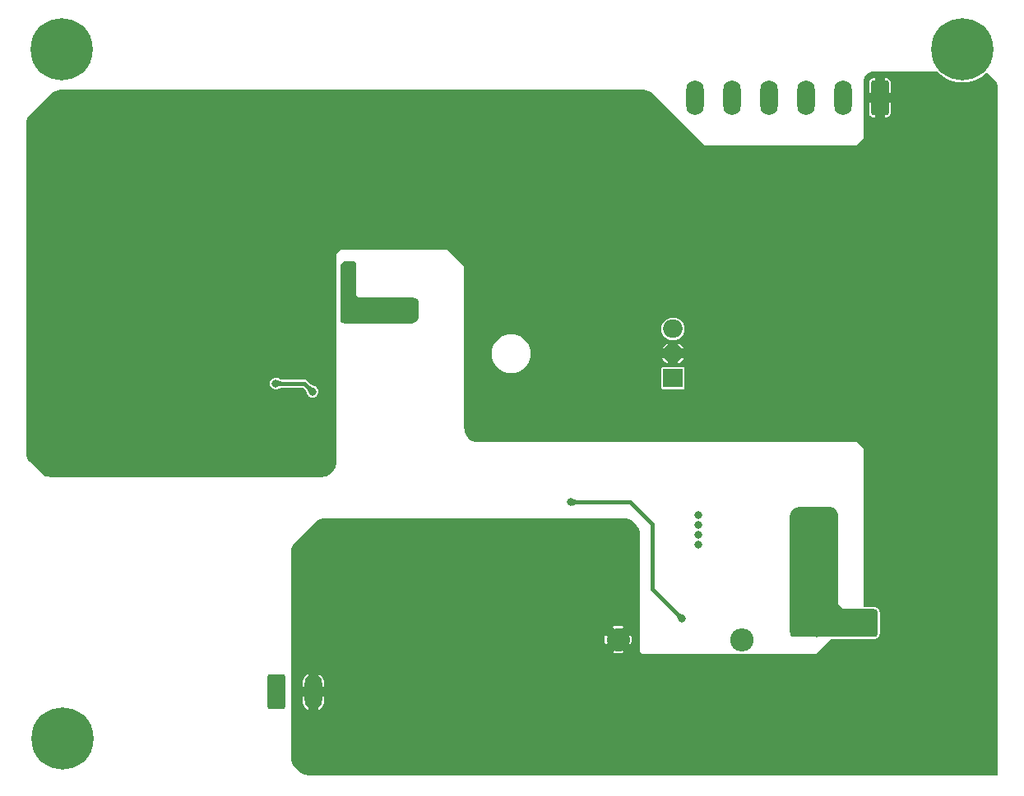
<source format=gbr>
%TF.GenerationSoftware,KiCad,Pcbnew,8.0.4*%
%TF.CreationDate,2024-10-07T11:58:35+07:00*%
%TF.ProjectId,BATTERY_CONVERTER,42415454-4552-4595-9f43-4f4e56455254,rev?*%
%TF.SameCoordinates,Original*%
%TF.FileFunction,Copper,L2,Bot*%
%TF.FilePolarity,Positive*%
%FSLAX46Y46*%
G04 Gerber Fmt 4.6, Leading zero omitted, Abs format (unit mm)*
G04 Created by KiCad (PCBNEW 8.0.4) date 2024-10-07 11:58:35*
%MOMM*%
%LPD*%
G01*
G04 APERTURE LIST*
G04 Aperture macros list*
%AMRoundRect*
0 Rectangle with rounded corners*
0 $1 Rounding radius*
0 $2 $3 $4 $5 $6 $7 $8 $9 X,Y pos of 4 corners*
0 Add a 4 corners polygon primitive as box body*
4,1,4,$2,$3,$4,$5,$6,$7,$8,$9,$2,$3,0*
0 Add four circle primitives for the rounded corners*
1,1,$1+$1,$2,$3*
1,1,$1+$1,$4,$5*
1,1,$1+$1,$6,$7*
1,1,$1+$1,$8,$9*
0 Add four rect primitives between the rounded corners*
20,1,$1+$1,$2,$3,$4,$5,0*
20,1,$1+$1,$4,$5,$6,$7,0*
20,1,$1+$1,$6,$7,$8,$9,0*
20,1,$1+$1,$8,$9,$2,$3,0*%
G04 Aperture macros list end*
%TA.AperFunction,ComponentPad*%
%ADD10C,0.800000*%
%TD*%
%TA.AperFunction,ComponentPad*%
%ADD11C,6.400000*%
%TD*%
%TA.AperFunction,ComponentPad*%
%ADD12C,2.400000*%
%TD*%
%TA.AperFunction,ComponentPad*%
%ADD13O,2.400000X2.400000*%
%TD*%
%TA.AperFunction,ComponentPad*%
%ADD14R,2.000000X1.905000*%
%TD*%
%TA.AperFunction,ComponentPad*%
%ADD15O,2.000000X1.905000*%
%TD*%
%TA.AperFunction,ComponentPad*%
%ADD16RoundRect,0.250000X0.650000X1.550000X-0.650000X1.550000X-0.650000X-1.550000X0.650000X-1.550000X0*%
%TD*%
%TA.AperFunction,ComponentPad*%
%ADD17O,1.800000X3.600000*%
%TD*%
%TA.AperFunction,ComponentPad*%
%ADD18RoundRect,0.250000X-0.650000X-1.550000X0.650000X-1.550000X0.650000X1.550000X-0.650000X1.550000X0*%
%TD*%
%TA.AperFunction,ViaPad*%
%ADD19C,0.800000*%
%TD*%
%TA.AperFunction,Conductor*%
%ADD20C,0.381000*%
%TD*%
G04 APERTURE END LIST*
D10*
%TO.P,H1,1*%
%TO.N,N/C*%
X40248200Y-51287344D03*
X40951144Y-49590288D03*
X40951144Y-52984400D03*
X42648200Y-48887344D03*
D11*
X42648200Y-51287344D03*
D10*
X42648200Y-53687344D03*
X44345256Y-49590288D03*
X44345256Y-52984400D03*
X45048200Y-51287344D03*
%TD*%
D12*
%TO.P,R3,1*%
%TO.N,GND*%
X99954556Y-112105244D03*
D13*
%TO.P,R3,2*%
%TO.N,Net-(C9-Pad1)*%
X112654556Y-112105244D03*
%TD*%
D14*
%TO.P,U5,1,IN*%
%TO.N,+12V*%
X105606056Y-85170944D03*
D15*
%TO.P,U5,2,GND*%
%TO.N,GND*%
X105606056Y-82630944D03*
%TO.P,U5,3,OUT*%
%TO.N,+9V*%
X105606056Y-80090944D03*
%TD*%
D16*
%TO.P,J2,1,Pin_1*%
%TO.N,GND*%
X126899056Y-56251844D03*
D17*
%TO.P,J2,2,Pin_2*%
%TO.N,-9V*%
X123089056Y-56251844D03*
%TO.P,J2,3,Pin_3*%
%TO.N,+9V*%
X119279056Y-56251844D03*
%TO.P,J2,4,Pin_4*%
%TO.N,+3V3_O*%
X115469056Y-56251844D03*
%TO.P,J2,5,Pin_5*%
%TO.N,+3V3*%
X111659056Y-56251844D03*
%TO.P,J2,6,Pin_6*%
%TO.N,+5V*%
X107849056Y-56251844D03*
%TD*%
D18*
%TO.P,J1,1,Pin_1*%
%TO.N,+BATT*%
X64765256Y-117505144D03*
D17*
%TO.P,J1,2,Pin_2*%
%TO.N,GND*%
X68575256Y-117505144D03*
%TD*%
D10*
%TO.P,H2,1*%
%TO.N,N/C*%
X40348200Y-122287344D03*
X41051144Y-120590288D03*
X41051144Y-123984400D03*
X42748200Y-119887344D03*
D11*
X42748200Y-122287344D03*
D10*
X42748200Y-124687344D03*
X44445256Y-120590288D03*
X44445256Y-123984400D03*
X45148200Y-122287344D03*
%TD*%
%TO.P,H3,1*%
%TO.N,N/C*%
X133002656Y-51287344D03*
X133705600Y-49590288D03*
X133705600Y-52984400D03*
X135402656Y-48887344D03*
D11*
X135402656Y-51287344D03*
D10*
X135402656Y-53687344D03*
X137099712Y-49590288D03*
X137099712Y-52984400D03*
X137802656Y-51287344D03*
%TD*%
D19*
%TO.N,GND*%
X121864456Y-113116644D03*
X68676856Y-89230221D03*
X109621656Y-78714444D03*
X94432456Y-78897144D03*
X86812456Y-78897144D03*
X98369456Y-110672544D03*
X115743056Y-84256544D03*
X96972456Y-86517144D03*
X97544456Y-106506944D03*
X65476456Y-84180344D03*
X68778456Y-78516144D03*
X65476456Y-82656344D03*
X96972456Y-83977144D03*
X70302456Y-116235144D03*
X120315056Y-114304744D03*
X69032456Y-114965144D03*
X89208006Y-65333544D03*
X87218856Y-60202744D03*
X87256456Y-114930445D03*
X67533856Y-88015744D03*
X94432456Y-81437144D03*
X117648056Y-82938594D03*
X101519056Y-110647144D03*
X60587456Y-84612144D03*
X86812456Y-83977144D03*
X96972456Y-81437144D03*
X99283856Y-102087344D03*
X87256456Y-112390445D03*
X68676856Y-88015744D03*
X87256456Y-113660445D03*
X91892456Y-86517144D03*
X98509656Y-104982944D03*
X97531256Y-107776944D03*
X67762456Y-120045144D03*
X89352456Y-86517144D03*
X70048456Y-76865144D03*
X105550356Y-87787144D03*
X105550356Y-90758944D03*
X64003256Y-92130544D03*
X103006056Y-74655344D03*
X70302456Y-117505144D03*
X69032456Y-120045144D03*
X96012744Y-63047544D03*
X90114456Y-67359544D03*
X70302456Y-114965144D03*
X97519056Y-103382744D03*
X86812456Y-81437144D03*
X115743056Y-78770144D03*
X60837456Y-93400544D03*
X91892456Y-83977144D03*
X89200056Y-61690044D03*
X102712856Y-58718244D03*
X99297056Y-103382744D03*
X91892456Y-78897144D03*
X94432456Y-86517144D03*
X120315056Y-116844744D03*
X99334656Y-107776944D03*
X65476456Y-81106944D03*
X88993706Y-73817144D03*
X106878456Y-64462344D03*
X103906656Y-64462344D03*
X59532856Y-92131144D03*
X71115256Y-112856944D03*
X70023056Y-73944144D03*
X120594456Y-82938594D03*
X62818656Y-93400544D03*
X91892456Y-81437144D03*
X68753056Y-75417344D03*
X89352456Y-78897144D03*
X69057856Y-110951944D03*
X93060856Y-67359544D03*
X80741856Y-64290044D03*
X70302456Y-118775144D03*
X86812456Y-86517144D03*
X123427056Y-114406344D03*
X70039556Y-80065544D03*
X82214494Y-66019344D03*
X96972456Y-78897144D03*
X101519056Y-113618944D03*
X109621656Y-82570944D03*
X101061856Y-69453935D03*
X94534056Y-61318244D03*
X67762456Y-114965144D03*
X103006256Y-62437944D03*
X68118056Y-123397944D03*
X94432456Y-83977144D03*
X115743056Y-81868944D03*
X62568656Y-84612144D03*
X99347856Y-106506944D03*
X70302456Y-120045144D03*
X102791956Y-70946944D03*
X87269656Y-72355244D03*
X101290456Y-76114444D03*
X67457656Y-81056144D03*
X119109956Y-84662944D03*
X67406856Y-84180344D03*
X59151856Y-85966144D03*
X98369456Y-113644344D03*
X120315056Y-115574744D03*
X87256456Y-111120445D03*
%TO.N,Net-(D1-K)*%
X108187056Y-100309344D03*
X108187056Y-101325344D03*
X108187056Y-99242544D03*
X108187056Y-102341344D03*
%TO.N,+12V*%
X120379056Y-110418544D03*
X125459056Y-111180544D03*
X120379056Y-111434544D03*
X120379056Y-108335744D03*
X118347056Y-102544544D03*
X118347056Y-99445744D03*
X118347056Y-100512544D03*
X125459056Y-109402544D03*
X118347056Y-101528544D03*
X120379056Y-109402544D03*
%TO.N,Net-(U2-BOOT)*%
X64721306Y-85710694D03*
X68505656Y-86535944D03*
%TO.N,+5V*%
X73389056Y-78668544D03*
X75675056Y-78922544D03*
X72119056Y-73842544D03*
X75675056Y-77398544D03*
%TO.N,A_Diode*%
X95118256Y-97936744D03*
X106510656Y-109910544D03*
%TD*%
D20*
%TO.N,Net-(U2-BOOT)*%
X67680406Y-85710694D02*
X64721306Y-85710694D01*
X68505656Y-86535944D02*
X67680406Y-85710694D01*
%TO.N,A_Diode*%
X103449456Y-106849344D02*
X106510656Y-109910544D01*
X103449456Y-100207744D02*
X103449456Y-106849344D01*
X95118256Y-97936744D02*
X101178456Y-97936744D01*
X101178456Y-97936744D02*
X103449456Y-100207744D01*
%TD*%
%TA.AperFunction,Conductor*%
%TO.N,+5V*%
G36*
X72580990Y-73081404D02*
G01*
X72673544Y-73093590D01*
X72698911Y-73100387D01*
X72779018Y-73133568D01*
X72801761Y-73146699D01*
X72870548Y-73199481D01*
X72889118Y-73218051D01*
X72941900Y-73286838D01*
X72955031Y-73309581D01*
X72988212Y-73389688D01*
X72995009Y-73415054D01*
X73007195Y-73507608D01*
X73008056Y-73520740D01*
X73008056Y-76636544D01*
X73236656Y-76865144D01*
X78889378Y-76865144D01*
X78902509Y-76866005D01*
X79028731Y-76882622D01*
X79054097Y-76889419D01*
X79165578Y-76935596D01*
X79188321Y-76948727D01*
X79284048Y-77022181D01*
X79302618Y-77040751D01*
X79376072Y-77136478D01*
X79389203Y-77159221D01*
X79435380Y-77270702D01*
X79442177Y-77296069D01*
X79458795Y-77422290D01*
X79459656Y-77435421D01*
X79459656Y-78763023D01*
X79458795Y-78776154D01*
X79436267Y-78947266D01*
X79429470Y-78972633D01*
X79365966Y-79125945D01*
X79352835Y-79148688D01*
X79251818Y-79280336D01*
X79233248Y-79298906D01*
X79101600Y-79399923D01*
X79078857Y-79413054D01*
X78925545Y-79476558D01*
X78900178Y-79483355D01*
X78729067Y-79505883D01*
X78715936Y-79506744D01*
X71757209Y-79506744D01*
X71737584Y-79504811D01*
X71706057Y-79498540D01*
X71617585Y-79480941D01*
X71581322Y-79465920D01*
X71487994Y-79403561D01*
X71460238Y-79375805D01*
X71397879Y-79282477D01*
X71382858Y-79246213D01*
X71358989Y-79126216D01*
X71357056Y-79106590D01*
X71357056Y-73650821D01*
X71357917Y-73637690D01*
X71374534Y-73511466D01*
X71381331Y-73486102D01*
X71427509Y-73374618D01*
X71440636Y-73351882D01*
X71514096Y-73256147D01*
X71532659Y-73237584D01*
X71628394Y-73164124D01*
X71651130Y-73150997D01*
X71762616Y-73104818D01*
X71787978Y-73098022D01*
X71914203Y-73081405D01*
X71927334Y-73080544D01*
X72567860Y-73080544D01*
X72580990Y-73081404D01*
G37*
%TD.AperFunction*%
%TD*%
%TA.AperFunction,Conductor*%
%TO.N,+12V*%
G36*
X121832866Y-98456004D02*
G01*
X122003979Y-98478532D01*
X122029345Y-98485329D01*
X122182657Y-98548833D01*
X122205400Y-98561964D01*
X122337048Y-98662981D01*
X122355618Y-98681551D01*
X122456635Y-98813199D01*
X122469766Y-98835942D01*
X122533270Y-98989254D01*
X122540067Y-99014621D01*
X122562595Y-99185733D01*
X122563456Y-99198864D01*
X122563456Y-108386544D01*
X123122256Y-108945344D01*
X126278103Y-108945344D01*
X126297729Y-108947277D01*
X126417725Y-108971146D01*
X126453989Y-108986167D01*
X126547317Y-109048526D01*
X126575073Y-109076282D01*
X126637432Y-109169610D01*
X126652453Y-109205873D01*
X126676323Y-109325870D01*
X126678256Y-109345497D01*
X126678256Y-111400747D01*
X126677395Y-111413879D01*
X126665209Y-111506433D01*
X126658412Y-111531799D01*
X126625231Y-111611906D01*
X126612100Y-111634649D01*
X126559318Y-111703436D01*
X126540748Y-111722006D01*
X126471961Y-111774788D01*
X126449218Y-111787919D01*
X126369111Y-111821100D01*
X126343745Y-111827897D01*
X126266919Y-111838012D01*
X126251189Y-111840083D01*
X126238060Y-111840944D01*
X118162773Y-111840944D01*
X118149642Y-111840083D01*
X118034645Y-111824943D01*
X118009278Y-111818146D01*
X117908254Y-111776301D01*
X117885511Y-111763170D01*
X117798763Y-111696606D01*
X117780193Y-111678036D01*
X117713629Y-111591288D01*
X117700498Y-111568545D01*
X117658653Y-111467521D01*
X117651857Y-111442158D01*
X117636717Y-111327156D01*
X117635856Y-111314026D01*
X117635856Y-99336166D01*
X117636717Y-99323035D01*
X117653932Y-99192273D01*
X117660092Y-99145484D01*
X117666889Y-99120119D01*
X117732878Y-98960805D01*
X117746005Y-98938070D01*
X117855030Y-98795985D01*
X117863692Y-98786107D01*
X117966819Y-98682980D01*
X117976697Y-98674318D01*
X118118782Y-98565293D01*
X118141517Y-98552166D01*
X118300833Y-98486176D01*
X118326196Y-98479380D01*
X118503747Y-98456004D01*
X118516878Y-98455144D01*
X121819736Y-98455144D01*
X121832866Y-98456004D01*
G37*
%TD.AperFunction*%
%TD*%
%TA.AperFunction,Conductor*%
%TO.N,GND*%
G36*
X132847993Y-53541757D02*
G01*
X132865535Y-53558017D01*
X132927956Y-53631504D01*
X133195911Y-53885325D01*
X133489738Y-54108687D01*
X133805993Y-54298971D01*
X134140966Y-54453946D01*
X134490732Y-54571796D01*
X134851190Y-54651139D01*
X135218113Y-54691044D01*
X135218120Y-54691044D01*
X135587192Y-54691044D01*
X135587199Y-54691044D01*
X135954122Y-54651139D01*
X136314580Y-54571796D01*
X136664346Y-54453946D01*
X136999319Y-54298971D01*
X137315574Y-54108687D01*
X137609401Y-53885325D01*
X137796300Y-53708283D01*
X137852438Y-53681570D01*
X137912902Y-53692600D01*
X137986440Y-53731907D01*
X138002837Y-53742863D01*
X138183810Y-53891383D01*
X138191125Y-53898013D01*
X138650930Y-54357818D01*
X138657560Y-54365133D01*
X138806080Y-54546106D01*
X138817036Y-54562503D01*
X138925056Y-54764593D01*
X138932603Y-54782813D01*
X138999119Y-55002088D01*
X139002967Y-55021430D01*
X139025916Y-55254424D01*
X139026400Y-55264285D01*
X139026400Y-125980144D01*
X139007187Y-126039275D01*
X138956887Y-126075820D01*
X138925800Y-126080744D01*
X68055254Y-126080744D01*
X68045393Y-126080260D01*
X67812398Y-126057311D01*
X67793056Y-126053463D01*
X67573781Y-125986947D01*
X67555561Y-125979400D01*
X67353471Y-125871380D01*
X67337074Y-125860424D01*
X67156101Y-125711904D01*
X67148786Y-125705274D01*
X66639325Y-125195813D01*
X66632695Y-125188498D01*
X66484175Y-125007525D01*
X66473219Y-124991128D01*
X66365199Y-124789038D01*
X66357652Y-124770818D01*
X66291134Y-124551537D01*
X66287288Y-124532201D01*
X66264340Y-124299207D01*
X66263856Y-124289346D01*
X66263856Y-118491972D01*
X67472056Y-118491972D01*
X67499220Y-118663472D01*
X67499223Y-118663486D01*
X67552881Y-118828628D01*
X67552882Y-118828630D01*
X67631707Y-118983334D01*
X67631717Y-118983349D01*
X67733780Y-119123828D01*
X67856571Y-119246619D01*
X67997050Y-119348682D01*
X67997056Y-119348686D01*
X68067256Y-119384454D01*
X68067256Y-119384453D01*
X69083256Y-119384453D01*
X69153455Y-119348686D01*
X69153461Y-119348682D01*
X69293940Y-119246619D01*
X69416731Y-119123828D01*
X69518794Y-118983349D01*
X69518804Y-118983334D01*
X69597629Y-118828630D01*
X69597630Y-118828628D01*
X69651288Y-118663486D01*
X69651291Y-118663472D01*
X69678455Y-118491972D01*
X69678456Y-118491971D01*
X69678456Y-118013144D01*
X69083256Y-118013144D01*
X69083256Y-119384453D01*
X68067256Y-119384453D01*
X68067256Y-118013144D01*
X67472056Y-118013144D01*
X67472056Y-118491972D01*
X66263856Y-118491972D01*
X66263856Y-117426153D01*
X67975256Y-117426153D01*
X67975256Y-117584135D01*
X68016145Y-117736735D01*
X68095137Y-117873552D01*
X68206848Y-117985263D01*
X68343665Y-118064255D01*
X68496265Y-118105144D01*
X68654247Y-118105144D01*
X68806847Y-118064255D01*
X68943664Y-117985263D01*
X69055375Y-117873552D01*
X69134367Y-117736735D01*
X69175256Y-117584135D01*
X69175256Y-117426153D01*
X69134367Y-117273553D01*
X69055375Y-117136736D01*
X68943664Y-117025025D01*
X68895373Y-116997144D01*
X69083256Y-116997144D01*
X69678456Y-116997144D01*
X69678456Y-116518316D01*
X69678455Y-116518315D01*
X69651291Y-116346815D01*
X69651288Y-116346801D01*
X69597630Y-116181659D01*
X69597629Y-116181657D01*
X69518804Y-116026953D01*
X69518794Y-116026938D01*
X69416731Y-115886459D01*
X69293940Y-115763668D01*
X69153464Y-115661606D01*
X69083256Y-115625832D01*
X69083256Y-116997144D01*
X68895373Y-116997144D01*
X68806847Y-116946033D01*
X68654247Y-116905144D01*
X68496265Y-116905144D01*
X68343665Y-116946033D01*
X68206848Y-117025025D01*
X68095137Y-117136736D01*
X68016145Y-117273553D01*
X67975256Y-117426153D01*
X66263856Y-117426153D01*
X66263856Y-116518315D01*
X67472056Y-116518315D01*
X67472056Y-116997144D01*
X68067256Y-116997144D01*
X68067256Y-115625832D01*
X67997047Y-115661606D01*
X67856571Y-115763668D01*
X67733780Y-115886459D01*
X67631717Y-116026938D01*
X67631707Y-116026953D01*
X67552882Y-116181657D01*
X67552881Y-116181659D01*
X67499223Y-116346801D01*
X67499220Y-116346815D01*
X67472056Y-116518315D01*
X66263856Y-116518315D01*
X66263856Y-113392761D01*
X99385457Y-113392761D01*
X99385457Y-113392762D01*
X99388960Y-113394658D01*
X99388971Y-113394663D01*
X99608910Y-113470167D01*
X99838278Y-113508443D01*
X99838288Y-113508444D01*
X100070824Y-113508444D01*
X100070833Y-113508443D01*
X100300201Y-113470167D01*
X100520152Y-113394659D01*
X100523653Y-113392763D01*
X100523654Y-113392762D01*
X99954556Y-112823664D01*
X99385457Y-113392761D01*
X66263856Y-113392761D01*
X66263856Y-112105238D01*
X98546547Y-112105238D01*
X98546547Y-112105249D01*
X98565748Y-112336988D01*
X98622838Y-112562426D01*
X98622838Y-112562427D01*
X98670436Y-112670941D01*
X98670437Y-112670941D01*
X99236135Y-112105243D01*
X99157145Y-112026253D01*
X99354556Y-112026253D01*
X99354556Y-112184235D01*
X99395445Y-112336835D01*
X99474437Y-112473652D01*
X99586148Y-112585363D01*
X99722965Y-112664355D01*
X99875565Y-112705244D01*
X100033547Y-112705244D01*
X100186147Y-112664355D01*
X100322964Y-112585363D01*
X100434675Y-112473652D01*
X100513667Y-112336835D01*
X100554556Y-112184235D01*
X100554556Y-112105243D01*
X100672976Y-112105243D01*
X100672976Y-112105244D01*
X101238673Y-112670941D01*
X101286274Y-112562425D01*
X101343363Y-112336988D01*
X101362565Y-112105249D01*
X101362565Y-112105238D01*
X101343363Y-111873499D01*
X101286274Y-111648062D01*
X101238674Y-111539545D01*
X101238673Y-111539545D01*
X100672976Y-112105243D01*
X100554556Y-112105243D01*
X100554556Y-112026253D01*
X100513667Y-111873653D01*
X100434675Y-111736836D01*
X100322964Y-111625125D01*
X100186147Y-111546133D01*
X100033547Y-111505244D01*
X99875565Y-111505244D01*
X99722965Y-111546133D01*
X99586148Y-111625125D01*
X99474437Y-111736836D01*
X99395445Y-111873653D01*
X99354556Y-112026253D01*
X99157145Y-112026253D01*
X98670437Y-111539545D01*
X98670436Y-111539545D01*
X98622838Y-111648060D01*
X98622838Y-111648061D01*
X98565748Y-111873499D01*
X98546547Y-112105238D01*
X66263856Y-112105238D01*
X66263856Y-110817724D01*
X99385457Y-110817724D01*
X99385457Y-110817725D01*
X99954555Y-111386823D01*
X100523654Y-110817724D01*
X100520146Y-110815826D01*
X100300201Y-110740320D01*
X100070833Y-110702044D01*
X99838278Y-110702044D01*
X99608910Y-110740320D01*
X99388968Y-110815825D01*
X99388955Y-110815831D01*
X99385457Y-110817724D01*
X66263856Y-110817724D01*
X66263856Y-103075541D01*
X66264340Y-103065680D01*
X66287288Y-102832686D01*
X66291134Y-102813351D01*
X66357654Y-102594062D01*
X66365197Y-102575853D01*
X66473221Y-102373755D01*
X66484172Y-102357365D01*
X66632703Y-102176379D01*
X66639315Y-102169084D01*
X68834796Y-99973603D01*
X68842091Y-99966991D01*
X69023077Y-99818460D01*
X69039467Y-99807509D01*
X69241565Y-99699485D01*
X69259774Y-99691942D01*
X69479063Y-99625422D01*
X69498394Y-99621576D01*
X69731393Y-99598628D01*
X69741254Y-99598144D01*
X100581658Y-99598144D01*
X100591519Y-99598628D01*
X100824515Y-99621576D01*
X100843849Y-99625422D01*
X101063133Y-99691941D01*
X101081350Y-99699487D01*
X101283440Y-99807507D01*
X101299837Y-99818463D01*
X101480810Y-99966983D01*
X101488125Y-99973613D01*
X101854786Y-100340274D01*
X101861416Y-100347589D01*
X102009936Y-100528562D01*
X102020892Y-100544959D01*
X102128912Y-100747049D01*
X102136459Y-100765269D01*
X102202975Y-100984544D01*
X102206823Y-101003886D01*
X102229772Y-101236880D01*
X102230256Y-101246741D01*
X102230256Y-113339544D01*
X102484256Y-113593544D01*
X119789004Y-113593544D01*
X119789005Y-113593544D01*
X120315056Y-113593544D01*
X121829491Y-112079109D01*
X121884889Y-112050883D01*
X121900626Y-112049644D01*
X126238063Y-112049644D01*
X126240470Y-112049565D01*
X126251717Y-112049197D01*
X126264846Y-112048336D01*
X126278431Y-112046997D01*
X126290895Y-112045356D01*
X126290896Y-112045356D01*
X126294162Y-112044926D01*
X126370988Y-112034811D01*
X126397762Y-112029485D01*
X126423128Y-112022688D01*
X126448976Y-112013914D01*
X126529083Y-111980733D01*
X126553570Y-111968657D01*
X126576313Y-111955526D01*
X126599009Y-111940361D01*
X126667796Y-111887579D01*
X126688321Y-111869579D01*
X126706891Y-111851009D01*
X126724891Y-111830484D01*
X126777673Y-111761697D01*
X126792838Y-111739001D01*
X126805969Y-111716258D01*
X126818045Y-111691771D01*
X126851226Y-111611664D01*
X126860000Y-111585816D01*
X126866797Y-111560450D01*
X126872123Y-111533676D01*
X126884309Y-111441122D01*
X126885648Y-111427533D01*
X126886509Y-111414401D01*
X126886956Y-111400747D01*
X126886956Y-109345497D01*
X126885951Y-109325042D01*
X126884018Y-109305415D01*
X126881013Y-109285153D01*
X126857143Y-109165156D01*
X126845266Y-109126005D01*
X126830245Y-109089742D01*
X126810960Y-109053663D01*
X126748601Y-108960335D01*
X126722646Y-108928709D01*
X126694890Y-108900953D01*
X126663264Y-108874998D01*
X126569936Y-108812639D01*
X126569932Y-108812636D01*
X126533871Y-108793361D01*
X126533861Y-108793356D01*
X126533855Y-108793353D01*
X126497591Y-108778332D01*
X126497584Y-108778330D01*
X126497586Y-108778330D01*
X126472473Y-108770712D01*
X126458441Y-108766456D01*
X126458438Y-108766455D01*
X126458437Y-108766455D01*
X126338438Y-108742585D01*
X126318187Y-108739582D01*
X126298565Y-108737649D01*
X126291740Y-108737314D01*
X126278103Y-108736644D01*
X126278091Y-108736644D01*
X125230338Y-108736644D01*
X125186273Y-108722326D01*
X125217256Y-108691344D01*
X125217256Y-57856428D01*
X125795856Y-57856428D01*
X125798727Y-57887049D01*
X125843849Y-58016002D01*
X125924975Y-58125923D01*
X125924976Y-58125924D01*
X126034897Y-58207050D01*
X126163850Y-58252172D01*
X126194471Y-58255044D01*
X126391056Y-58255044D01*
X127407056Y-58255044D01*
X127603641Y-58255044D01*
X127634261Y-58252172D01*
X127763214Y-58207050D01*
X127873135Y-58125924D01*
X127873136Y-58125923D01*
X127954262Y-58016002D01*
X127999384Y-57887049D01*
X128002256Y-57856428D01*
X128002256Y-56759844D01*
X127407056Y-56759844D01*
X127407056Y-58255044D01*
X126391056Y-58255044D01*
X126391056Y-56759844D01*
X125795856Y-56759844D01*
X125795856Y-57856428D01*
X125217256Y-57856428D01*
X125217256Y-56172853D01*
X126299056Y-56172853D01*
X126299056Y-56330835D01*
X126339945Y-56483435D01*
X126418937Y-56620252D01*
X126530648Y-56731963D01*
X126667465Y-56810955D01*
X126820065Y-56851844D01*
X126978047Y-56851844D01*
X127130647Y-56810955D01*
X127267464Y-56731963D01*
X127379175Y-56620252D01*
X127458167Y-56483435D01*
X127499056Y-56330835D01*
X127499056Y-56172853D01*
X127458167Y-56020253D01*
X127379175Y-55883436D01*
X127267464Y-55771725D01*
X127219173Y-55743844D01*
X127407056Y-55743844D01*
X128002256Y-55743844D01*
X128002256Y-54647259D01*
X127999384Y-54616638D01*
X127954262Y-54487685D01*
X127873136Y-54377764D01*
X127873135Y-54377763D01*
X127763214Y-54296637D01*
X127634261Y-54251515D01*
X127603641Y-54248644D01*
X127407056Y-54248644D01*
X127407056Y-55743844D01*
X127219173Y-55743844D01*
X127130647Y-55692733D01*
X126978047Y-55651844D01*
X126820065Y-55651844D01*
X126667465Y-55692733D01*
X126530648Y-55771725D01*
X126418937Y-55883436D01*
X126339945Y-56020253D01*
X126299056Y-56172853D01*
X125217256Y-56172853D01*
X125217256Y-54647259D01*
X125795856Y-54647259D01*
X125795856Y-55743844D01*
X126391056Y-55743844D01*
X126391056Y-54248644D01*
X126194471Y-54248644D01*
X126163850Y-54251515D01*
X126034897Y-54296637D01*
X125924976Y-54377763D01*
X125924975Y-54377764D01*
X125843849Y-54487685D01*
X125798727Y-54616638D01*
X125795856Y-54647259D01*
X125217256Y-54647259D01*
X125217256Y-54611502D01*
X125217740Y-54601642D01*
X125237115Y-54404923D01*
X125240958Y-54385603D01*
X125296898Y-54201197D01*
X125304440Y-54182988D01*
X125395276Y-54013046D01*
X125406223Y-53996661D01*
X125528472Y-53847700D01*
X125542412Y-53833760D01*
X125691373Y-53711511D01*
X125707758Y-53700564D01*
X125877700Y-53609728D01*
X125895909Y-53602186D01*
X126080315Y-53546246D01*
X126099635Y-53542403D01*
X126296355Y-53523028D01*
X126306215Y-53522544D01*
X132788862Y-53522544D01*
X132847993Y-53541757D01*
G37*
%TD.AperFunction*%
%TD*%
%TA.AperFunction,Conductor*%
%TO.N,GND*%
G36*
X102623519Y-55453428D02*
G01*
X102856515Y-55476376D01*
X102875849Y-55480222D01*
X103095133Y-55546741D01*
X103113350Y-55554287D01*
X103315440Y-55662307D01*
X103331837Y-55673263D01*
X103512810Y-55821783D01*
X103520125Y-55828413D01*
X108834256Y-61142544D01*
X124003161Y-61142544D01*
X124003162Y-61142544D01*
X124506056Y-61142544D01*
X126360256Y-59288344D01*
X126360256Y-91597144D01*
X125369656Y-92587744D01*
X124531456Y-91749544D01*
X124046522Y-91749544D01*
X124046521Y-91749544D01*
X85489254Y-91749544D01*
X85479393Y-91749060D01*
X85246398Y-91726111D01*
X85227056Y-91722263D01*
X85007781Y-91655747D01*
X84989561Y-91648200D01*
X84787471Y-91540180D01*
X84771074Y-91529224D01*
X84590101Y-91380704D01*
X84582786Y-91374074D01*
X84495525Y-91286813D01*
X84488895Y-91279498D01*
X84340375Y-91098525D01*
X84329419Y-91082128D01*
X84221399Y-90880038D01*
X84213852Y-90861818D01*
X84147334Y-90642537D01*
X84143488Y-90623201D01*
X84120540Y-90390207D01*
X84120056Y-90380346D01*
X84120056Y-82499822D01*
X86945556Y-82499822D01*
X86945556Y-82762065D01*
X86979785Y-83022058D01*
X86979788Y-83022072D01*
X87047657Y-83275363D01*
X87047658Y-83275365D01*
X87148012Y-83517640D01*
X87279129Y-83744743D01*
X87279131Y-83744746D01*
X87279132Y-83744747D01*
X87438774Y-83952795D01*
X87624205Y-84138226D01*
X87832253Y-84297868D01*
X87832256Y-84297870D01*
X88059359Y-84428987D01*
X88301634Y-84529341D01*
X88301636Y-84529342D01*
X88554927Y-84597211D01*
X88554936Y-84597212D01*
X88554940Y-84597214D01*
X88684938Y-84614329D01*
X88814935Y-84631444D01*
X88814936Y-84631444D01*
X89077177Y-84631444D01*
X89163841Y-84620034D01*
X89337172Y-84597214D01*
X89337179Y-84597211D01*
X89337184Y-84597211D01*
X89590475Y-84529342D01*
X89590477Y-84529341D01*
X89832753Y-84428987D01*
X90059859Y-84297868D01*
X90189513Y-84198380D01*
X104402356Y-84198380D01*
X104402356Y-86143507D01*
X104414174Y-86202923D01*
X104429113Y-86225282D01*
X104459196Y-86270304D01*
X104526576Y-86315325D01*
X104585992Y-86327144D01*
X104585993Y-86327144D01*
X106626119Y-86327144D01*
X106626120Y-86327144D01*
X106685536Y-86315325D01*
X106752916Y-86270304D01*
X106797937Y-86202924D01*
X106809756Y-86143508D01*
X106809756Y-84198380D01*
X106797937Y-84138964D01*
X106752916Y-84071584D01*
X106685536Y-84026563D01*
X106685535Y-84026562D01*
X106637938Y-84017094D01*
X106626120Y-84014744D01*
X104585992Y-84014744D01*
X104576134Y-84016704D01*
X104526576Y-84026562D01*
X104459196Y-84071584D01*
X104414174Y-84138964D01*
X104402356Y-84198380D01*
X90189513Y-84198380D01*
X90267907Y-84138226D01*
X90453338Y-83952795D01*
X90612980Y-83744747D01*
X90744099Y-83517641D01*
X90844454Y-83275363D01*
X90881007Y-83138944D01*
X104520323Y-83138944D01*
X104570114Y-83236666D01*
X104677035Y-83383830D01*
X104805669Y-83512464D01*
X104952833Y-83619385D01*
X105098056Y-83693379D01*
X105098056Y-83693378D01*
X106114056Y-83693378D01*
X106259278Y-83619385D01*
X106406442Y-83512464D01*
X106535076Y-83383830D01*
X106641997Y-83236666D01*
X106691789Y-83138944D01*
X106114056Y-83138944D01*
X106114056Y-83693378D01*
X105098056Y-83693378D01*
X105098056Y-83138944D01*
X104520323Y-83138944D01*
X90881007Y-83138944D01*
X90912326Y-83022060D01*
X90946556Y-82762064D01*
X90946556Y-82558535D01*
X105056056Y-82558535D01*
X105056056Y-82703353D01*
X105093538Y-82843236D01*
X105165946Y-82968652D01*
X105268348Y-83071054D01*
X105393764Y-83143462D01*
X105533647Y-83180944D01*
X105678465Y-83180944D01*
X105818348Y-83143462D01*
X105943764Y-83071054D01*
X106046166Y-82968652D01*
X106118574Y-82843236D01*
X106156056Y-82703353D01*
X106156056Y-82558535D01*
X106118574Y-82418652D01*
X106046166Y-82293236D01*
X105943764Y-82190834D01*
X105826174Y-82122944D01*
X106114056Y-82122944D01*
X106691789Y-82122944D01*
X106641997Y-82025221D01*
X106535076Y-81878057D01*
X106406442Y-81749423D01*
X106259275Y-81642500D01*
X106259276Y-81642500D01*
X106114056Y-81568506D01*
X106114056Y-82122944D01*
X105826174Y-82122944D01*
X105818348Y-82118426D01*
X105678465Y-82080944D01*
X105533647Y-82080944D01*
X105393764Y-82118426D01*
X105268348Y-82190834D01*
X105165946Y-82293236D01*
X105093538Y-82418652D01*
X105056056Y-82558535D01*
X90946556Y-82558535D01*
X90946556Y-82499824D01*
X90912326Y-82239828D01*
X90899198Y-82190834D01*
X90881007Y-82122944D01*
X104520323Y-82122944D01*
X105098056Y-82122944D01*
X105098056Y-81568506D01*
X104952836Y-81642500D01*
X104805669Y-81749423D01*
X104677035Y-81878057D01*
X104570114Y-82025221D01*
X104520323Y-82122944D01*
X90881007Y-82122944D01*
X90844454Y-81986524D01*
X90844453Y-81986522D01*
X90744099Y-81744247D01*
X90612982Y-81517144D01*
X90612980Y-81517141D01*
X90453338Y-81309093D01*
X90267907Y-81123662D01*
X90059859Y-80964020D01*
X90059858Y-80964019D01*
X90059855Y-80964017D01*
X89832752Y-80832900D01*
X89590477Y-80732546D01*
X89590475Y-80732545D01*
X89337184Y-80664676D01*
X89337170Y-80664673D01*
X89077177Y-80630444D01*
X89077176Y-80630444D01*
X88814936Y-80630444D01*
X88814935Y-80630444D01*
X88554941Y-80664673D01*
X88554927Y-80664676D01*
X88301636Y-80732545D01*
X88301634Y-80732546D01*
X88059359Y-80832900D01*
X87832256Y-80964017D01*
X87624201Y-81123665D01*
X87438777Y-81309089D01*
X87279129Y-81517144D01*
X87148012Y-81744247D01*
X87047658Y-81986522D01*
X87047657Y-81986524D01*
X86979788Y-82239815D01*
X86979785Y-82239829D01*
X86945556Y-82499822D01*
X84120056Y-82499822D01*
X84120056Y-79999944D01*
X104402356Y-79999944D01*
X104402356Y-80181943D01*
X104430825Y-80361683D01*
X104430828Y-80361697D01*
X104487063Y-80534770D01*
X104487064Y-80534772D01*
X104569677Y-80696912D01*
X104569682Y-80696920D01*
X104569685Y-80696925D01*
X104595565Y-80732546D01*
X104676654Y-80844156D01*
X104676656Y-80844158D01*
X104805342Y-80972844D01*
X104952575Y-81079815D01*
X104952581Y-81079818D01*
X104952587Y-81079822D01*
X105114727Y-81162435D01*
X105114729Y-81162436D01*
X105287802Y-81218671D01*
X105287804Y-81218671D01*
X105287812Y-81218674D01*
X105467556Y-81247143D01*
X105467558Y-81247144D01*
X105467561Y-81247144D01*
X105744554Y-81247144D01*
X105744554Y-81247143D01*
X105924300Y-81218674D01*
X106097383Y-81162436D01*
X106189141Y-81115682D01*
X106259524Y-81079822D01*
X106259526Y-81079820D01*
X106259537Y-81079815D01*
X106406770Y-80972844D01*
X106535456Y-80844158D01*
X106642427Y-80696925D01*
X106725048Y-80534771D01*
X106781286Y-80361688D01*
X106809756Y-80181939D01*
X106809756Y-79999949D01*
X106809756Y-79999945D01*
X106809755Y-79999944D01*
X106781286Y-79820200D01*
X106725048Y-79647117D01*
X106725047Y-79647115D01*
X106642434Y-79484975D01*
X106642430Y-79484969D01*
X106642427Y-79484963D01*
X106535456Y-79337730D01*
X106406770Y-79209044D01*
X106406768Y-79209042D01*
X106293909Y-79127046D01*
X106259537Y-79102073D01*
X106259532Y-79102070D01*
X106259524Y-79102065D01*
X106097384Y-79019452D01*
X106097382Y-79019451D01*
X105924309Y-78963216D01*
X105924295Y-78963213D01*
X105744555Y-78934744D01*
X105744551Y-78934744D01*
X105467561Y-78934744D01*
X105467557Y-78934744D01*
X105287816Y-78963213D01*
X105287802Y-78963216D01*
X105114729Y-79019451D01*
X105114727Y-79019452D01*
X104952587Y-79102065D01*
X104952572Y-79102075D01*
X104805343Y-79209042D01*
X104676654Y-79337731D01*
X104569687Y-79484960D01*
X104569677Y-79484975D01*
X104487064Y-79647115D01*
X104487063Y-79647117D01*
X104430828Y-79820190D01*
X104430825Y-79820204D01*
X104402356Y-79999944D01*
X84120056Y-79999944D01*
X84120056Y-74165396D01*
X84120056Y-74165395D01*
X84120056Y-73639344D01*
X82418256Y-71937544D01*
X81892205Y-71937544D01*
X81892204Y-71937544D01*
X71717944Y-71937544D01*
X71394656Y-71937544D01*
X70937456Y-72394744D01*
X70937456Y-72718031D01*
X70937456Y-93885546D01*
X70936972Y-93895407D01*
X70914023Y-94128401D01*
X70910175Y-94147743D01*
X70843659Y-94367018D01*
X70836112Y-94385238D01*
X70728092Y-94587328D01*
X70717136Y-94603725D01*
X70568616Y-94784698D01*
X70561986Y-94792013D01*
X70373125Y-94980874D01*
X70365810Y-94987504D01*
X70184837Y-95136024D01*
X70168440Y-95146980D01*
X69966350Y-95255000D01*
X69948130Y-95262547D01*
X69728855Y-95329063D01*
X69709513Y-95332911D01*
X69476519Y-95355860D01*
X69466658Y-95356344D01*
X41521854Y-95356344D01*
X41511993Y-95355860D01*
X41278998Y-95332911D01*
X41259656Y-95329063D01*
X41040381Y-95262547D01*
X41022161Y-95255000D01*
X40820071Y-95146980D01*
X40803674Y-95136024D01*
X40622701Y-94987504D01*
X40615386Y-94980874D01*
X39401869Y-93767357D01*
X39395239Y-93760042D01*
X39246719Y-93579069D01*
X39235763Y-93562672D01*
X39127743Y-93360582D01*
X39120196Y-93342362D01*
X39053678Y-93123081D01*
X39049832Y-93103745D01*
X39026884Y-92870751D01*
X39026400Y-92860890D01*
X39026400Y-85710690D01*
X64112397Y-85710690D01*
X64112397Y-85710697D01*
X64133144Y-85868291D01*
X64193972Y-86015144D01*
X64193976Y-86015151D01*
X64290739Y-86141255D01*
X64290744Y-86141260D01*
X64416848Y-86238023D01*
X64416855Y-86238027D01*
X64563708Y-86298855D01*
X64721303Y-86319603D01*
X64721306Y-86319603D01*
X64721309Y-86319603D01*
X64878899Y-86298856D01*
X64878900Y-86298855D01*
X64878903Y-86298855D01*
X64934992Y-86275621D01*
X64951651Y-86270364D01*
X64951921Y-86270304D01*
X64969484Y-86266399D01*
X65112622Y-86203302D01*
X65113850Y-86202756D01*
X65113986Y-86202695D01*
X65115178Y-86202156D01*
X65213171Y-86157462D01*
X65221655Y-86154051D01*
X65252941Y-86143092D01*
X65282055Y-86132894D01*
X65298557Y-86128644D01*
X65369895Y-86116606D01*
X65382813Y-86115278D01*
X65517934Y-86110170D01*
X65529947Y-86107424D01*
X65552366Y-86104894D01*
X67475453Y-86104894D01*
X67534584Y-86124107D01*
X67546588Y-86134359D01*
X67639604Y-86227375D01*
X67654168Y-86245822D01*
X67659879Y-86255112D01*
X67659881Y-86255114D01*
X67751813Y-86354271D01*
X67760012Y-86364349D01*
X67801933Y-86423289D01*
X67810601Y-86437971D01*
X67838348Y-86495635D01*
X67841936Y-86504051D01*
X67879618Y-86604925D01*
X67880647Y-86607626D01*
X67937150Y-86753211D01*
X67937871Y-86755049D01*
X67937910Y-86755147D01*
X67937915Y-86755157D01*
X67946554Y-86768325D01*
X67955381Y-86785009D01*
X67978322Y-86840394D01*
X67978326Y-86840401D01*
X68075089Y-86966505D01*
X68075094Y-86966510D01*
X68201198Y-87063273D01*
X68201205Y-87063277D01*
X68348058Y-87124105D01*
X68505653Y-87144853D01*
X68505656Y-87144853D01*
X68505659Y-87144853D01*
X68663253Y-87124105D01*
X68810106Y-87063277D01*
X68810105Y-87063277D01*
X68810111Y-87063275D01*
X68936220Y-86966508D01*
X69032987Y-86840399D01*
X69093817Y-86693541D01*
X69105128Y-86607626D01*
X69114565Y-86535947D01*
X69114565Y-86535940D01*
X69093817Y-86378346D01*
X69032989Y-86231494D01*
X69032988Y-86231492D01*
X69032987Y-86231491D01*
X69032987Y-86231490D01*
X68936220Y-86105380D01*
X68936219Y-86105379D01*
X68936217Y-86105377D01*
X68810113Y-86008614D01*
X68810111Y-86008613D01*
X68754029Y-85985382D01*
X68738538Y-85977325D01*
X68723117Y-85967516D01*
X68723114Y-85967514D01*
X68723110Y-85967512D01*
X68668931Y-85946484D01*
X68577283Y-85910914D01*
X68574637Y-85909906D01*
X68473763Y-85872224D01*
X68465347Y-85868636D01*
X68407683Y-85840889D01*
X68393001Y-85832221D01*
X68334061Y-85790300D01*
X68323982Y-85782101D01*
X68224827Y-85690170D01*
X68214386Y-85683614D01*
X68196747Y-85669552D01*
X68001581Y-85474386D01*
X68001579Y-85474383D01*
X67995845Y-85468649D01*
X67922451Y-85395255D01*
X67922448Y-85395253D01*
X67832561Y-85343357D01*
X67832562Y-85343357D01*
X67811372Y-85337679D01*
X67811372Y-85337678D01*
X67732307Y-85316493D01*
X67732303Y-85316493D01*
X67628509Y-85316493D01*
X67622348Y-85316493D01*
X67622332Y-85316494D01*
X65551890Y-85316494D01*
X65528548Y-85313748D01*
X65517945Y-85311218D01*
X65517934Y-85311217D01*
X65491538Y-85310218D01*
X65382823Y-85306107D01*
X65369886Y-85304777D01*
X65298565Y-85292742D01*
X65282049Y-85288488D01*
X65221668Y-85267339D01*
X65213179Y-85263925D01*
X65115257Y-85219266D01*
X65113924Y-85218663D01*
X65113792Y-85218604D01*
X65113743Y-85218582D01*
X65112677Y-85218108D01*
X64969544Y-85155014D01*
X64967486Y-85154119D01*
X64967296Y-85154038D01*
X64967295Y-85154037D01*
X64952046Y-85150889D01*
X64933891Y-85145309D01*
X64878903Y-85122532D01*
X64721309Y-85101785D01*
X64721303Y-85101785D01*
X64563708Y-85122532D01*
X64416856Y-85183360D01*
X64416849Y-85183364D01*
X64290745Y-85280127D01*
X64290739Y-85280133D01*
X64193976Y-85406237D01*
X64193972Y-85406244D01*
X64133144Y-85553096D01*
X64112397Y-85710690D01*
X39026400Y-85710690D01*
X39026400Y-58938997D01*
X39026884Y-58929136D01*
X39049832Y-58696142D01*
X39053678Y-58676807D01*
X39120198Y-58457518D01*
X39127741Y-58439309D01*
X39235765Y-58237211D01*
X39246716Y-58220821D01*
X39395247Y-58039835D01*
X39401859Y-58032540D01*
X41605996Y-55828403D01*
X41613291Y-55821791D01*
X41794277Y-55673260D01*
X41810667Y-55662309D01*
X42012765Y-55554285D01*
X42030974Y-55546742D01*
X42250263Y-55480222D01*
X42269594Y-55476376D01*
X42502593Y-55453428D01*
X42512454Y-55452944D01*
X102613658Y-55452944D01*
X102623519Y-55453428D01*
G37*
%TD.AperFunction*%
%TD*%
%TA.AperFunction,Conductor*%
%TO.N,Net-(U2-BOOT)*%
G36*
X64885085Y-85345864D02*
G01*
X64885302Y-85345957D01*
X65028440Y-85409053D01*
X65028574Y-85409113D01*
X65139390Y-85459653D01*
X65237900Y-85494157D01*
X65354913Y-85513902D01*
X65510048Y-85519768D01*
X65518186Y-85523505D01*
X65521306Y-85531460D01*
X65521306Y-85889927D01*
X65517879Y-85898200D01*
X65510048Y-85901619D01*
X65354908Y-85907485D01*
X65237905Y-85927229D01*
X65237903Y-85927229D01*
X65237900Y-85927230D01*
X65237895Y-85927231D01*
X65237894Y-85927232D01*
X65139384Y-85961736D01*
X65139382Y-85961736D01*
X65028576Y-86012272D01*
X65028440Y-86012333D01*
X64885302Y-86075430D01*
X64876350Y-86075631D01*
X64869877Y-86069443D01*
X64869804Y-86069274D01*
X64722181Y-85715193D01*
X64722161Y-85706244D01*
X64869785Y-85352159D01*
X64876131Y-85345843D01*
X64885085Y-85345864D01*
G37*
%TD.AperFunction*%
%TD*%
%TA.AperFunction,Conductor*%
%TO.N,Net-(U2-BOOT)*%
G36*
X68082935Y-85843213D02*
G01*
X68196780Y-85948763D01*
X68293482Y-86017542D01*
X68387537Y-86062800D01*
X68501701Y-86105447D01*
X68647599Y-86162072D01*
X68654072Y-86168260D01*
X68654273Y-86177212D01*
X68654186Y-86177431D01*
X68508219Y-86532139D01*
X68501901Y-86538486D01*
X68501851Y-86538507D01*
X68147143Y-86684474D01*
X68138189Y-86684453D01*
X68131871Y-86678106D01*
X68131784Y-86677887D01*
X68075159Y-86531989D01*
X68032512Y-86417825D01*
X67987254Y-86323770D01*
X67918475Y-86227068D01*
X67812925Y-86113223D01*
X67809814Y-86104827D01*
X67813232Y-86096997D01*
X68066709Y-85843520D01*
X68074981Y-85840094D01*
X68082935Y-85843213D01*
G37*
%TD.AperFunction*%
%TD*%
%TA.AperFunction,Conductor*%
%TO.N,A_Diode*%
G36*
X106087935Y-109217813D02*
G01*
X106201780Y-109323363D01*
X106298482Y-109392142D01*
X106392537Y-109437400D01*
X106506701Y-109480047D01*
X106652599Y-109536672D01*
X106659072Y-109542860D01*
X106659273Y-109551812D01*
X106659186Y-109552031D01*
X106513219Y-109906739D01*
X106506901Y-109913086D01*
X106506851Y-109913107D01*
X106152143Y-110059074D01*
X106143189Y-110059053D01*
X106136871Y-110052706D01*
X106136784Y-110052487D01*
X106080159Y-109906589D01*
X106037512Y-109792425D01*
X105992254Y-109698370D01*
X105923475Y-109601668D01*
X105817925Y-109487823D01*
X105814814Y-109479427D01*
X105818232Y-109471597D01*
X106071709Y-109218120D01*
X106079981Y-109214694D01*
X106087935Y-109217813D01*
G37*
%TD.AperFunction*%
%TD*%
%TA.AperFunction,Conductor*%
%TO.N,A_Diode*%
G36*
X95282035Y-97571914D02*
G01*
X95282252Y-97572007D01*
X95425390Y-97635103D01*
X95425524Y-97635163D01*
X95536340Y-97685703D01*
X95634850Y-97720207D01*
X95751863Y-97739952D01*
X95906998Y-97745818D01*
X95915136Y-97749555D01*
X95918256Y-97757510D01*
X95918256Y-98115977D01*
X95914829Y-98124250D01*
X95906998Y-98127669D01*
X95751858Y-98133535D01*
X95634855Y-98153279D01*
X95634853Y-98153279D01*
X95634850Y-98153280D01*
X95634845Y-98153281D01*
X95634844Y-98153282D01*
X95536334Y-98187786D01*
X95536332Y-98187786D01*
X95425526Y-98238322D01*
X95425390Y-98238383D01*
X95282252Y-98301480D01*
X95273300Y-98301681D01*
X95266827Y-98295493D01*
X95266754Y-98295324D01*
X95119131Y-97941243D01*
X95119111Y-97932294D01*
X95266735Y-97578209D01*
X95273081Y-97571893D01*
X95282035Y-97571914D01*
G37*
%TD.AperFunction*%
%TD*%
M02*

</source>
